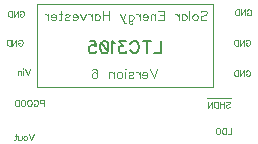
<source format=gbr>
G04 DipTrace 3.0.0.2*
G04 BottomSilk.gbr*
%MOIN*%
G04 #@! TF.FileFunction,Legend,Bot*
G04 #@! TF.Part,Single*
%ADD18C,0.003937*%
%ADD45C,0.004632*%
%ADD46C,0.003088*%
%ADD47C,0.006176*%
%FSLAX26Y26*%
G04*
G70*
G90*
G75*
G01*
G04 BotSilk*
%LPD*%
X1187008Y730315D2*
D18*
X1263780D1*
X618110Y1043307D2*
X1206693D1*
Y765748D1*
X618110D1*
Y1043307D1*
X1314467Y919389D2*
D46*
X1315418Y921290D1*
X1317341Y923213D1*
X1319242Y924164D1*
X1323067D1*
X1324990Y923213D1*
X1326891Y921290D1*
X1327864Y919389D1*
X1328815Y916515D1*
Y911717D1*
X1327864Y908865D1*
X1326891Y906942D1*
X1324990Y905041D1*
X1323067Y904068D1*
X1319242D1*
X1317341Y905041D1*
X1315418Y906942D1*
X1314467Y908865D1*
Y911717D1*
X1319242D1*
X1294894Y924164D2*
Y904068D1*
X1308291Y924164D1*
Y904068D1*
X1288718Y924164D2*
Y904068D1*
X1282019D1*
X1279145Y905041D1*
X1277222Y906942D1*
X1276271Y908865D1*
X1275321Y911717D1*
Y916515D1*
X1276271Y919389D1*
X1277222Y921290D1*
X1279145Y923213D1*
X1282019Y924164D1*
X1288718D1*
X1266818Y628888D2*
Y608792D1*
X1255345D1*
X1249169Y628888D2*
Y608792D1*
X1242470D1*
X1239596Y609765D1*
X1237673Y611666D1*
X1236722Y613590D1*
X1235772Y616442D1*
Y621239D1*
X1236722Y624113D1*
X1237673Y626014D1*
X1239596Y627938D1*
X1242470Y628888D1*
X1249169D1*
X1223848D2*
X1225771Y627938D1*
X1227672Y626014D1*
X1228645Y624113D1*
X1229596Y621239D1*
Y616442D1*
X1228645Y613590D1*
X1227672Y611666D1*
X1225771Y609765D1*
X1223848Y608792D1*
X1220023D1*
X1218122Y609765D1*
X1216198Y611666D1*
X1215248Y613590D1*
X1214297Y616442D1*
Y621239D1*
X1215248Y624113D1*
X1216198Y626014D1*
X1218122Y627938D1*
X1220023Y628888D1*
X1223848D1*
X1318404Y1019782D2*
X1319355Y1021684D1*
X1321278Y1023607D1*
X1323179Y1024558D1*
X1327004D1*
X1328927Y1023607D1*
X1330828Y1021684D1*
X1331801Y1019782D1*
X1332752Y1016908D1*
Y1012111D1*
X1331801Y1009259D1*
X1330828Y1007336D1*
X1328927Y1005434D1*
X1327004Y1004462D1*
X1323179D1*
X1321278Y1005434D1*
X1319355Y1007336D1*
X1318404Y1009259D1*
Y1012111D1*
X1323179D1*
X1298831Y1024558D2*
Y1004462D1*
X1312228Y1024558D1*
Y1004462D1*
X1292655Y1024558D2*
Y1004462D1*
X1285957D1*
X1283082Y1005434D1*
X1281159Y1007336D1*
X1280208Y1009259D1*
X1279258Y1012111D1*
Y1016908D1*
X1280208Y1019782D1*
X1281159Y1021684D1*
X1283082Y1023607D1*
X1285957Y1024558D1*
X1292655D1*
X1247426Y714597D2*
X1249327Y716520D1*
X1252201Y717471D1*
X1256026D1*
X1258900Y716520D1*
X1260823Y714597D1*
Y712696D1*
X1259850Y710772D1*
X1258900Y709822D1*
X1256998Y708871D1*
X1251250Y706948D1*
X1249327Y705997D1*
X1248376Y705024D1*
X1247426Y703123D1*
Y700249D1*
X1249327Y698348D1*
X1252201Y697375D1*
X1256026D1*
X1258900Y698348D1*
X1260823Y700249D1*
X1241250Y717471D2*
Y697375D1*
X1227853Y717471D2*
Y697375D1*
X1241250Y707898D2*
X1227853D1*
X1221677Y717471D2*
Y697375D1*
X1214978D1*
X1212104Y698348D1*
X1210181Y700249D1*
X1209230Y702173D1*
X1208280Y705024D1*
Y709822D1*
X1209230Y712696D1*
X1210181Y714597D1*
X1212104Y716520D1*
X1214978Y717471D1*
X1221677D1*
X1188707D2*
Y697375D1*
X1202104Y717471D1*
Y697375D1*
X556593Y919389D2*
X557544Y921290D1*
X559467Y923213D1*
X561368Y924164D1*
X565193D1*
X567116Y923213D1*
X569017Y921290D1*
X569990Y919389D1*
X570941Y916515D1*
Y911717D1*
X569990Y908865D1*
X569017Y906942D1*
X567116Y905041D1*
X565193Y904068D1*
X561368D1*
X559467Y905041D1*
X557544Y906942D1*
X556593Y908865D1*
Y911717D1*
X561368D1*
X537020Y924164D2*
Y904068D1*
X550417Y924164D1*
Y904068D1*
X530844Y924164D2*
Y904068D1*
X524145D1*
X521271Y905041D1*
X519348Y906942D1*
X518397Y908865D1*
X517447Y911717D1*
Y916515D1*
X518397Y919389D1*
X519348Y921290D1*
X521271Y923213D1*
X524145Y924164D1*
X530844D1*
X1314467Y817027D2*
X1315418Y818928D1*
X1317341Y820851D1*
X1319242Y821802D1*
X1323067D1*
X1324990Y820851D1*
X1326891Y818928D1*
X1327864Y817027D1*
X1328815Y814153D1*
Y809355D1*
X1327864Y806503D1*
X1326891Y804580D1*
X1324990Y802679D1*
X1323067Y801706D1*
X1319242D1*
X1317341Y802679D1*
X1315418Y804580D1*
X1314467Y806503D1*
Y809355D1*
X1319242D1*
X1294894Y821802D2*
Y801706D1*
X1308291Y821802D1*
Y801706D1*
X1288718Y821802D2*
Y801706D1*
X1282019D1*
X1279145Y802679D1*
X1277222Y804580D1*
X1276271Y806503D1*
X1275321Y809355D1*
Y814153D1*
X1276271Y817027D1*
X1277222Y818928D1*
X1279145Y820851D1*
X1282019Y821802D1*
X1288718D1*
X560530Y1015845D2*
X561481Y1017747D1*
X563404Y1019670D1*
X565305Y1020621D1*
X569130D1*
X571053Y1019670D1*
X572954Y1017747D1*
X573927Y1015845D1*
X574878Y1012971D1*
Y1008174D1*
X573927Y1005322D1*
X572954Y1003399D1*
X571053Y1001497D1*
X569130Y1000525D1*
X565305D1*
X563404Y1001497D1*
X561481Y1003399D1*
X560530Y1005322D1*
Y1008174D1*
X565305D1*
X540957Y1020621D2*
Y1000525D1*
X554354Y1020621D1*
Y1000525D1*
X534781Y1020621D2*
Y1000525D1*
X528082D1*
X525208Y1001497D1*
X523285Y1003399D1*
X522334Y1005322D1*
X521384Y1008174D1*
Y1012971D1*
X522334Y1015845D1*
X523285Y1017747D1*
X525208Y1019670D1*
X528082Y1020621D1*
X534781D1*
X594945Y827707D2*
X587296Y807611D1*
X579646Y827707D1*
X573471D2*
X572520Y826757D1*
X571547Y827707D1*
X572520Y828680D1*
X573471Y827707D1*
X572520Y821009D2*
Y807611D1*
X565372Y821009D2*
Y807611D1*
Y817184D2*
X562498Y820058D1*
X560574Y821009D1*
X557722D1*
X555799Y820058D1*
X554848Y817184D1*
Y807611D1*
X641449Y712853D2*
X632826D1*
X629975Y713804D1*
X629002Y714777D1*
X628051Y716678D1*
Y719552D1*
X629002Y721453D1*
X629975Y722426D1*
X632826Y723377D1*
X641449D1*
Y703281D1*
X607528Y718601D2*
X608478Y720503D1*
X610402Y722426D1*
X612303Y723377D1*
X616127D1*
X618051Y722426D1*
X619952Y720503D1*
X620925Y718601D1*
X621875Y715727D1*
Y710930D1*
X620925Y708078D1*
X619952Y706155D1*
X618051Y704253D1*
X616127Y703281D1*
X612303D1*
X610402Y704253D1*
X608478Y706155D1*
X607528Y708078D1*
Y710930D1*
X612303D1*
X595604Y723377D2*
X597527Y722426D1*
X599428Y720503D1*
X600401Y718601D1*
X601352Y715727D1*
Y710930D1*
X600401Y708078D1*
X599428Y706155D1*
X597527Y704253D1*
X595604Y703281D1*
X591779D1*
X589878Y704253D1*
X587954Y706155D1*
X587004Y708078D1*
X586053Y710930D1*
Y715727D1*
X587004Y718601D1*
X587954Y720503D1*
X589878Y722426D1*
X591779Y723377D1*
X595604D1*
X574129D2*
X576053Y722426D1*
X577954Y720503D1*
X578927Y718601D1*
X579878Y715727D1*
Y710930D1*
X578927Y708078D1*
X577954Y706155D1*
X576053Y704253D1*
X574129Y703281D1*
X570305D1*
X568404Y704253D1*
X566480Y706155D1*
X565530Y708078D1*
X564579Y710930D1*
Y715727D1*
X565530Y718601D1*
X566480Y720503D1*
X568404Y722426D1*
X570305Y723377D1*
X574129D1*
X558403D2*
Y703281D1*
X551705D1*
X548831Y704253D1*
X546907Y706155D1*
X545957Y708078D1*
X545006Y710930D1*
Y715727D1*
X545957Y718601D1*
X546907Y720503D1*
X548831Y722426D1*
X551705Y723377D1*
X558403D1*
X607482Y609203D2*
X599833Y589107D1*
X592184Y609203D1*
X581233Y602505D2*
X583134Y601554D1*
X585057Y599631D1*
X586008Y596757D1*
Y594855D1*
X585057Y591981D1*
X583134Y590080D1*
X581233Y589107D1*
X578359D1*
X576435Y590080D1*
X574534Y591981D1*
X573561Y594855D1*
Y596757D1*
X574534Y599631D1*
X576435Y601554D1*
X578359Y602505D1*
X581233D1*
X567386D2*
Y592932D1*
X566435Y590080D1*
X564512Y589107D1*
X561638D1*
X559736Y590080D1*
X556862Y592932D1*
Y602505D2*
Y589107D1*
X547813Y609203D2*
Y592932D1*
X546862Y590080D1*
X544939Y589107D1*
X543037D1*
X550687Y602505D2*
X543988D1*
X1033170Y919349D2*
D47*
Y879157D1*
X1010222D1*
X984473Y919349D2*
Y879157D1*
X997871Y919349D2*
X971076D1*
X930029Y909798D2*
X931930Y913601D1*
X935777Y917448D1*
X939579Y919349D1*
X947229D1*
X951075Y917448D1*
X954878Y913601D1*
X956823Y909798D1*
X958725Y904050D1*
Y894456D1*
X956823Y888752D1*
X954878Y884905D1*
X951075Y881103D1*
X947229Y879157D1*
X939579D1*
X935777Y881103D1*
X931930Y884905D1*
X930029Y888752D1*
X913831Y919305D2*
X892828D1*
X904280Y904006D1*
X898532D1*
X894729Y902105D1*
X892828Y900204D1*
X890883Y894456D1*
Y890653D1*
X892828Y884905D1*
X896631Y881058D1*
X902379Y879157D1*
X908127D1*
X913831Y881058D1*
X915732Y883004D1*
X917677Y886806D1*
X878531Y911656D2*
X874684Y913601D1*
X868936Y919305D1*
Y879157D1*
X845089Y919305D2*
X850837Y917404D1*
X854684Y911656D1*
X856585Y902105D1*
Y896357D1*
X854684Y886806D1*
X850837Y881058D1*
X845089Y879157D1*
X841286D1*
X835538Y881058D1*
X831736Y886806D1*
X829790Y896357D1*
Y902105D1*
X831736Y911656D1*
X835538Y917404D1*
X841286Y919305D1*
X845089D1*
X831736Y911656D2*
X854684Y886806D1*
X794491Y919305D2*
X813592D1*
X815493Y902105D1*
X813592Y904006D1*
X807844Y905952D1*
X802140D1*
X796392Y904006D1*
X792546Y900204D1*
X790644Y894456D1*
Y890653D1*
X792546Y884905D1*
X796392Y881058D1*
X802140Y879157D1*
X807844D1*
X813592Y881058D1*
X815493Y883004D1*
X817439Y886806D1*
X1019117Y826284D2*
D45*
X1007643Y796140D1*
X996169Y826284D1*
X986905Y807614D2*
X969694D1*
Y810499D1*
X971120Y813384D1*
X972546Y814810D1*
X975431Y816236D1*
X979742D1*
X982594Y814810D1*
X985479Y811925D1*
X986905Y807614D1*
Y804762D1*
X985479Y800451D1*
X982594Y797599D1*
X979742Y796140D1*
X975431D1*
X972546Y797599D1*
X969694Y800451D1*
X960431Y816236D2*
Y796140D1*
Y807614D2*
X958972Y811925D1*
X956120Y814810D1*
X953235Y816236D1*
X948924D1*
X923875Y811925D2*
X925301Y814810D1*
X929612Y816236D1*
X933923D1*
X938234Y814810D1*
X939660Y811925D1*
X938234Y809073D1*
X935349Y807614D1*
X928186Y806188D1*
X925301Y804762D1*
X923875Y801877D1*
Y800451D1*
X925301Y797599D1*
X929612Y796140D1*
X933923D1*
X938234Y797599D1*
X939660Y800451D1*
X914612Y826284D2*
X913186Y824858D1*
X911726Y826284D1*
X913186Y827743D1*
X914612Y826284D1*
X913186Y816236D2*
Y796140D1*
X895300Y816236D2*
X898152Y814810D1*
X901037Y811925D1*
X902463Y807614D1*
Y804762D1*
X901037Y800451D1*
X898152Y797599D1*
X895300Y796140D1*
X890989D1*
X888104Y797599D1*
X885252Y800451D1*
X883793Y804762D1*
Y807614D1*
X885252Y811925D1*
X888104Y814810D1*
X890989Y816236D1*
X895300D1*
X874529D2*
Y796140D1*
Y810499D2*
X870218Y814810D1*
X867333Y816236D1*
X863055D1*
X860170Y814810D1*
X858744Y810499D1*
Y796140D1*
X803109Y821973D2*
X804535Y824825D1*
X808846Y826251D1*
X811698D1*
X816009Y824825D1*
X818894Y820514D1*
X820320Y813351D1*
Y806188D1*
X818894Y800451D1*
X816009Y797566D1*
X811698Y796140D1*
X810272D1*
X805994Y797566D1*
X803109Y800451D1*
X801683Y804762D1*
Y806188D1*
X803109Y810499D1*
X805994Y813351D1*
X810272Y814777D1*
X811698D1*
X816009Y813351D1*
X818894Y810499D1*
X820320Y806188D1*
X1164153Y1014886D2*
X1167005Y1017772D1*
X1171316Y1019197D1*
X1177053D1*
X1181364Y1017772D1*
X1184249Y1014886D1*
Y1012035D1*
X1182790Y1009149D1*
X1181364Y1007724D1*
X1178513Y1006298D1*
X1169890Y1003413D1*
X1167005Y1001987D1*
X1165579Y1000527D1*
X1164153Y997676D1*
Y993365D1*
X1167005Y990513D1*
X1171316Y989053D1*
X1177053D1*
X1181364Y990513D1*
X1184249Y993365D1*
X1147727Y1009149D2*
X1150579Y1007724D1*
X1153464Y1004838D1*
X1154890Y1000527D1*
Y997676D1*
X1153464Y993365D1*
X1150579Y990513D1*
X1147727Y989053D1*
X1143416D1*
X1140531Y990513D1*
X1137679Y993365D1*
X1136220Y997676D1*
Y1000527D1*
X1137679Y1004838D1*
X1140531Y1007724D1*
X1143416Y1009149D1*
X1147727D1*
X1126956Y1019197D2*
Y989053D1*
X1100482Y1009149D2*
Y989053D1*
Y1004838D2*
X1103334Y1007724D1*
X1106219Y1009149D1*
X1110497D1*
X1113382Y1007724D1*
X1116234Y1004838D1*
X1117693Y1000527D1*
Y997676D1*
X1116234Y993365D1*
X1113382Y990513D1*
X1110497Y989053D1*
X1106219D1*
X1103334Y990513D1*
X1100482Y993365D1*
X1091218Y1009149D2*
Y989053D1*
Y1000527D2*
X1089759Y1004838D1*
X1086907Y1007724D1*
X1084022Y1009149D1*
X1079711D1*
X1022650Y1019197D2*
X1041287D1*
Y989053D1*
X1022650D1*
X1041287Y1004838D2*
X1029813D1*
X1013387Y1009149D2*
Y989053D1*
Y1003413D2*
X1009076Y1007724D1*
X1006191Y1009149D1*
X1001913D1*
X999028Y1007724D1*
X997602Y1003413D1*
Y989053D1*
X988338Y1000527D2*
X971127D1*
Y1003413D1*
X972553Y1006298D1*
X973979Y1007724D1*
X976864Y1009149D1*
X981175D1*
X984027Y1007724D1*
X986912Y1004838D1*
X988338Y1000527D1*
Y997676D1*
X986912Y993365D1*
X984027Y990513D1*
X981175Y989053D1*
X976864D1*
X973979Y990513D1*
X971127Y993365D1*
X961864Y1009149D2*
Y989053D1*
Y1000527D2*
X960405Y1004838D1*
X957553Y1007724D1*
X954668Y1009149D1*
X950357D1*
X923882Y1007724D2*
Y984742D1*
X925308Y980465D1*
X926734Y979005D1*
X929619Y977580D1*
X933930D1*
X936782Y979005D1*
X923882Y1003413D2*
X926734Y1006264D1*
X929619Y1007724D1*
X933930D1*
X936782Y1006264D1*
X939667Y1003413D1*
X941093Y999101D1*
Y996216D1*
X939667Y991939D1*
X936782Y989053D1*
X933930Y987628D1*
X929619D1*
X926734Y989053D1*
X923882Y991939D1*
X913159Y1009149D2*
X904570Y989053D1*
X907422Y983317D1*
X910307Y980431D1*
X913159Y979005D1*
X914618D1*
X895948Y1009149D2*
X904570Y989053D1*
X857524Y1019197D2*
Y989053D1*
X837428Y1019197D2*
Y989053D1*
X857524Y1004838D2*
X837428D1*
X810954Y1009149D2*
Y989053D1*
Y1004838D2*
X813806Y1007724D1*
X816691Y1009149D1*
X820969D1*
X823854Y1007724D1*
X826706Y1004838D1*
X828165Y1000527D1*
Y997676D1*
X826706Y993365D1*
X823854Y990513D1*
X820969Y989053D1*
X816691D1*
X813806Y990513D1*
X810954Y993365D1*
X801690Y1009149D2*
Y989053D1*
Y1000527D2*
X800231Y1004838D1*
X797379Y1007724D1*
X794494Y1009149D1*
X790183D1*
X780920D2*
X772298Y989053D1*
X763709Y1009149D1*
X754445Y1000527D2*
X737234D1*
Y1003413D1*
X738660Y1006298D1*
X740086Y1007724D1*
X742971Y1009149D1*
X747282D1*
X750134Y1007724D1*
X753019Y1004838D1*
X754445Y1000527D1*
Y997676D1*
X753019Y993365D1*
X750134Y990513D1*
X747282Y989053D1*
X742971D1*
X740086Y990513D1*
X737234Y993365D1*
X712186Y1004838D2*
X713612Y1007724D1*
X717923Y1009149D1*
X722234D1*
X726545Y1007724D1*
X727971Y1004838D1*
X726545Y1001987D1*
X723660Y1000527D1*
X716497Y999101D1*
X713612Y997676D1*
X712186Y994790D1*
Y993365D1*
X713612Y990513D1*
X717923Y989053D1*
X722234D1*
X726545Y990513D1*
X727971Y993365D1*
X698611Y1019197D2*
Y994790D1*
X697185Y990513D1*
X694300Y989053D1*
X691448D1*
X702922Y1009149D2*
X692874D1*
X682185Y1000527D2*
X664974D1*
Y1003413D1*
X666400Y1006298D1*
X667826Y1007724D1*
X670711Y1009149D1*
X675022D1*
X677874Y1007724D1*
X680759Y1004838D1*
X682185Y1000527D1*
Y997676D1*
X680759Y993365D1*
X677874Y990513D1*
X675022Y989053D1*
X670711D1*
X667826Y990513D1*
X664974Y993365D1*
X655710Y1009149D2*
Y989053D1*
Y1000527D2*
X654251Y1004838D1*
X651399Y1007724D1*
X648514Y1009149D1*
X644203D1*
M02*

</source>
